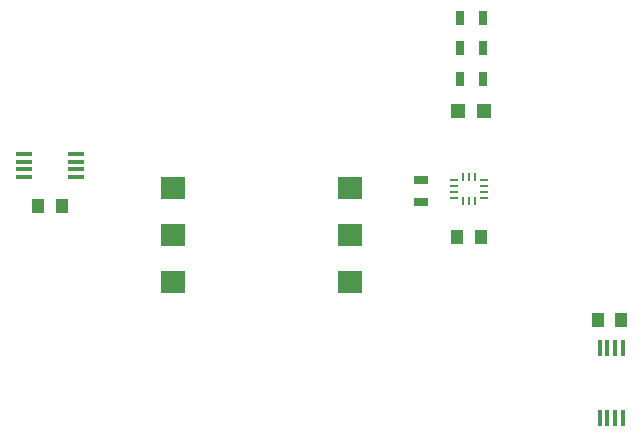
<source format=gbr>
G04 #@! TF.GenerationSoftware,KiCad,Pcbnew,(5.0.0)*
G04 #@! TF.CreationDate,2019-01-20T19:44:52-05:00*
G04 #@! TF.ProjectId,AVR_LCD 2.0,4156525F4C434420322E302E6B696361,rev?*
G04 #@! TF.SameCoordinates,Original*
G04 #@! TF.FileFunction,Paste,Top*
G04 #@! TF.FilePolarity,Positive*
%FSLAX46Y46*%
G04 Gerber Fmt 4.6, Leading zero omitted, Abs format (unit mm)*
G04 Created by KiCad (PCBNEW (5.0.0)) date 01/20/19 19:44:52*
%MOMM*%
%LPD*%
G01*
G04 APERTURE LIST*
%ADD10R,1.000000X1.250000*%
%ADD11R,1.200000X1.200000*%
%ADD12R,1.300000X0.700000*%
%ADD13R,0.700000X1.300000*%
%ADD14R,0.675000X0.250000*%
%ADD15R,0.250000X0.675000*%
%ADD16R,0.450000X1.450000*%
%ADD17R,2.000000X1.900000*%
%ADD18R,1.450000X0.450000*%
G04 APERTURE END LIST*
D10*
G04 #@! TO.C,C1*
X101034000Y-91149500D03*
X99034000Y-91149500D03*
G04 #@! TD*
G04 #@! TO.C,C2*
X65540000Y-88550000D03*
X63540000Y-88550000D03*
G04 #@! TD*
G04 #@! TO.C,C3*
X110924000Y-98207000D03*
X112924000Y-98207000D03*
G04 #@! TD*
D11*
G04 #@! TO.C,D1*
X99125000Y-80464000D03*
X101325000Y-80464000D03*
G04 #@! TD*
D12*
G04 #@! TO.C,R1*
X95970500Y-86323500D03*
X95970500Y-88223500D03*
G04 #@! TD*
D13*
G04 #@! TO.C,R2*
X99293000Y-72590000D03*
X101193000Y-72590000D03*
G04 #@! TD*
G04 #@! TO.C,R3*
X101193000Y-75130000D03*
X99293000Y-75130000D03*
G04 #@! TD*
G04 #@! TO.C,R4*
X99293000Y-77797000D03*
X101193000Y-77797000D03*
G04 #@! TD*
D14*
G04 #@! TO.C,U1*
X101304500Y-86323500D03*
X101304500Y-86823500D03*
X101304500Y-87323500D03*
X101304500Y-87823500D03*
X98779500Y-87823500D03*
X98779500Y-87323500D03*
X98779500Y-86823500D03*
X98779500Y-86323500D03*
D15*
X100542000Y-88086000D03*
X100042000Y-88086000D03*
X99542000Y-88086000D03*
X100542000Y-86061000D03*
X99542000Y-86061000D03*
X100042000Y-86061000D03*
G04 #@! TD*
D16*
G04 #@! TO.C,U4*
X113042000Y-106491000D03*
X112392000Y-106491000D03*
X111742000Y-106491000D03*
X111092000Y-106491000D03*
X111092000Y-100591000D03*
X111742000Y-100591000D03*
X112392000Y-100591000D03*
X113042000Y-100591000D03*
G04 #@! TD*
D17*
G04 #@! TO.C,U5*
X89940000Y-95000000D03*
X89940000Y-91000000D03*
X89940000Y-87000000D03*
X74940000Y-91000000D03*
X74940000Y-95000000D03*
X74940000Y-87000000D03*
G04 #@! TD*
D18*
G04 #@! TO.C,U3*
X66729000Y-84147000D03*
X66729000Y-84797000D03*
X66729000Y-85447000D03*
X66729000Y-86097000D03*
X62329000Y-86097000D03*
X62329000Y-85447000D03*
X62329000Y-84797000D03*
X62329000Y-84147000D03*
G04 #@! TD*
M02*

</source>
